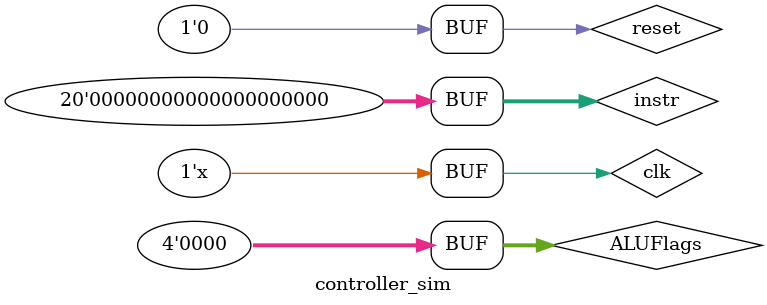
<source format=v>
`timescale 1ns / 1ps


module controller_sim;

	// Inputs
	reg clk;
	reg reset;
	reg [31:12] instr;
	reg [3:0] ALUFlags;

	// Outputs
	wire [1:0] regSrc;
	wire regWrite;
	wire [1:0] immSrc;
	wire ALUSrc;
	wire [1:0] ALUControl;
	wire memWrite;
	wire memtoReg;
	wire PCSrc;

	// Instantiate the Unit Under Test (UUT)
	controller uut (
		.clk(clk), 
		.reset(reset), 
		.instr(instr), 
		.ALUFlags(ALUFlags), 
		.regSrc(regSrc), 
		.regWrite(regWrite), 
		.immSrc(immSrc), 
		.ALUSrc(ALUSrc), 
		.ALUControl(ALUControl), 
		.memWrite(memWrite), 
		.memtoReg(memtoReg), 
		.PCSrc(PCSrc)
	);

	initial begin
		// Initialize Inputs
		clk = 0;
		reset = 0;
		instr = 0;
		ALUFlags = 0;

		// Wait 100 ns for global reset to finish
		#100;
        
		// Add stimulus here

	end
	always 
		#1  clk =  ! clk; 

      
endmodule


</source>
